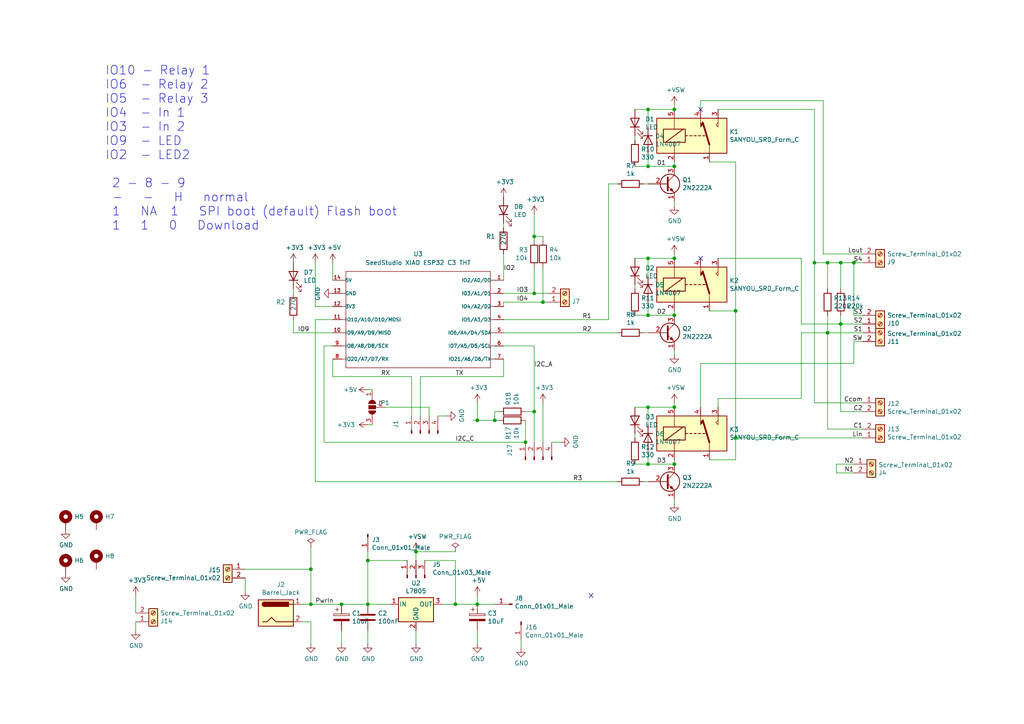
<source format=kicad_sch>
(kicad_sch (version 20231120) (generator "eeschema") (generator_version "8.0")
  (paper "A4")
  (title_block (title "Motor Control for House Ventilator") (date "2023-09-17") (rev "2.0") (company "Copyright - Hans Rune Bue <email@hansrune.net>") (comment 1 "Hardware is licensed under CERN-OHL-W-2.0") (comment 2 "Project documents are licensed under CC-BY-SA 2.0"))
  (lib_symbols
    (symbol "Connector:Barrel_Jack" (pin_names (offset 1.016))
      (property "Reference" "J" (at 0 5.334 0))
      (property "Value" "Barrel_Jack" (at 0 -5.08 0))
      (symbol "Barrel_Jack_0_1"
        (rectangle (start -5.08 3.81) (end 5.08 -3.81) (stroke (width 0.254)) (fill (type background)))
        (arc (start -3.302 3.175) (mid -3.9343 2.54) (end -3.302 1.905) (stroke (width 0.254)))
        (arc (start -3.302 3.175) (mid -3.9343 2.54) (end -3.302 1.905) (stroke (width 0.254)) (fill (type outline)))
        (polyline (pts (xy 5.08 2.54) (xy 3.81 2.54)) (stroke (width 0.254)))
        (polyline (pts (xy -3.81 -2.54) (xy -2.54 -2.54) (xy -1.27 -1.27) (xy 0 -2.54) (xy 2.54 -2.54) (xy 5.08 -2.54)) (stroke (width 0.254)))
        (rectangle (start 3.683 3.175) (end -3.302 1.905) (stroke (width 0.254)) (fill (type outline)))
      )
      (symbol "Barrel_Jack_1_1"
        (pin passive line (at 7.62 2.54 180) (length 2.54) (name "~") (number "1"))
        (pin passive line (at 7.62 -2.54 180) (length 2.54) (name "~") (number "2"))
      )
    )
    (symbol "Connector:Conn_01x01_Male" (pin_names (offset 1.016) hide)
      (property "Reference" "J" (at 0 2.54 0))
      (property "Value" "Conn_01x01_Male" (at 0 -2.54 0))
      (symbol "Conn_01x01_Male_1_1"
        (polyline (pts (xy 1.27 0) (xy 0.8636 0)) (stroke (width 0.1524)))
        (rectangle (start 0.8636 0.127) (end 0 -0.127) (stroke (width 0.1524)) (fill (type outline)))
        (pin passive line (at 5.08 0 180) (length 3.81) (name "Pin_1") (number "1"))
      )
    )
    (symbol "Connector:Conn_01x03_Male" (pin_names (offset 1.016) hide)
      (property "Reference" "J" (at 0 5.08 0))
      (property "Value" "Conn_01x03_Male" (at 0 -5.08 0))
      (symbol "Conn_01x03_Male_1_1"
        (polyline (pts (xy 1.27 -2.54) (xy 0.8636 -2.54)) (stroke (width 0.1524)))
        (polyline (pts (xy 1.27 0) (xy 0.8636 0)) (stroke (width 0.1524)))
        (polyline (pts (xy 1.27 2.54) (xy 0.8636 2.54)) (stroke (width 0.1524)))
        (rectangle (start 0.8636 -2.413) (end 0 -2.667) (stroke (width 0.1524)) (fill (type outline)))
        (rectangle (start 0.8636 0.127) (end 0 -0.127) (stroke (width 0.1524)) (fill (type outline)))
        (rectangle (start 0.8636 2.667) (end 0 2.413) (stroke (width 0.1524)) (fill (type outline)))
        (pin passive line (at 5.08 2.54 180) (length 3.81) (name "Pin_1") (number "1"))
        (pin passive line (at 5.08 0 180) (length 3.81) (name "Pin_2") (number "2"))
        (pin passive line (at 5.08 -2.54 180) (length 3.81) (name "Pin_3") (number "3"))
      )
    )
    (symbol "Connector:Conn_01x04_Male" (pin_names (offset 1.016) hide)
      (property "Reference" "J" (at 0 5.08 0))
      (property "Value" "Conn_01x04_Male" (at 0 -7.62 0))
      (symbol "Conn_01x04_Male_1_1"
        (polyline (pts (xy 1.27 -5.08) (xy 0.8636 -5.08)) (stroke (width 0.1524)))
        (polyline (pts (xy 1.27 -2.54) (xy 0.8636 -2.54)) (stroke (width 0.1524)))
        (polyline (pts (xy 1.27 0) (xy 0.8636 0)) (stroke (width 0.1524)))
        (polyline (pts (xy 1.27 2.54) (xy 0.8636 2.54)) (stroke (width 0.1524)))
        (rectangle (start 0.8636 -4.953) (end 0 -5.207) (stroke (width 0.1524)) (fill (type outline)))
        (rectangle (start 0.8636 -2.413) (end 0 -2.667) (stroke (width 0.1524)) (fill (type outline)))
        (rectangle (start 0.8636 0.127) (end 0 -0.127) (stroke (width 0.1524)) (fill (type outline)))
        (rectangle (start 0.8636 2.667) (end 0 2.413) (stroke (width 0.1524)) (fill (type outline)))
        (pin passive line (at 5.08 2.54 180) (length 3.81) (name "Pin_1") (number "1"))
        (pin passive line (at 5.08 0 180) (length 3.81) (name "Pin_2") (number "2"))
        (pin passive line (at 5.08 -2.54 180) (length 3.81) (name "Pin_3") (number "3"))
        (pin passive line (at 5.08 -5.08 180) (length 3.81) (name "Pin_4") (number "4"))
      )
    )
    (symbol "Connector:Screw_Terminal_01x02" (pin_names (offset 1.016) hide)
      (property "Reference" "J" (at 0 2.54 0))
      (property "Value" "Screw_Terminal_01x02" (at 0 -5.08 0))
      (symbol "Screw_Terminal_01x02_1_1"
        (rectangle (start -1.27 1.27) (end 1.27 -3.81) (stroke (width 0.254)) (fill (type background)))
        (circle (center 0 -2.54) (radius 0.635) (stroke (width 0.1524)))
        (polyline (pts (xy -0.5334 -2.2098) (xy 0.3302 -3.048)) (stroke (width 0.1524)))
        (polyline (pts (xy -0.5334 0.3302) (xy 0.3302 -0.508)) (stroke (width 0.1524)))
        (polyline (pts (xy -0.3556 -2.032) (xy 0.508 -2.8702)) (stroke (width 0.1524)))
        (polyline (pts (xy -0.3556 0.508) (xy 0.508 -0.3302)) (stroke (width 0.1524)))
        (circle (center 0 0) (radius 0.635) (stroke (width 0.1524)))
        (pin passive line (at -5.08 0 0) (length 3.81) (name "Pin_1") (number "1"))
        (pin passive line (at -5.08 -2.54 0) (length 3.81) (name "Pin_2") (number "2"))
      )
    )
    (symbol "Device:C" (pin_numbers hide) (pin_names (offset 0.254))
      (property "Reference" "C" (at 0.635 2.54 0))
      (property "Value" "C" (at 0.635 -2.54 0))
      (symbol "C_0_1"
        (polyline (pts (xy -2.032 -0.762) (xy 2.032 -0.762)) (stroke (width 0.508)))
        (polyline (pts (xy -2.032 0.762) (xy 2.032 0.762)) (stroke (width 0.508)))
      )
      (symbol "C_1_1"
        (pin passive line (at 0 3.81 270) (length 2.794) (name "~") (number "1"))
        (pin passive line (at 0 -3.81 90) (length 2.794) (name "~") (number "2"))
      )
    )
    (symbol "Device:CP" (pin_numbers hide) (pin_names (offset 0.254))
      (property "Reference" "C" (at 0.635 2.54 0))
      (property "Value" "Device_CP" (at 0.635 -2.54 0))
      (symbol "CP_0_1"
        (rectangle (start -2.286 0.508) (end 2.286 1.016))
        (polyline (pts (xy -1.778 2.286) (xy -0.762 2.286)))
        (polyline (pts (xy -1.27 2.794) (xy -1.27 1.778)))
        (rectangle (start 2.286 -0.508) (end -2.286 -1.016) (fill (type outline)))
      )
      (symbol "CP_1_1"
        (pin passive line (at 0 3.81 270) (length 2.794) (name "~") (number "1"))
        (pin passive line (at 0 -3.81 90) (length 2.794) (name "~") (number "2"))
      )
    )
    (symbol "Device:D" (pin_numbers hide) (pin_names (offset 1.016) hide)
      (property "Reference" "D" (at 0 2.54 0))
      (property "Value" "D" (at 0 -2.54 0))
      (symbol "D_0_1"
        (polyline (pts (xy -1.27 1.27) (xy -1.27 -1.27)) (stroke (width 0.254)))
        (polyline (pts (xy 1.27 0) (xy -1.27 0)))
        (polyline (pts (xy 1.27 1.27) (xy 1.27 -1.27) (xy -1.27 0) (xy 1.27 1.27)) (stroke (width 0.254)))
      )
      (symbol "D_1_1"
        (pin passive line (at -3.81 0 0) (length 2.54) (name "K") (number "1"))
        (pin passive line (at 3.81 0 180) (length 2.54) (name "A") (number "2"))
      )
    )
    (symbol "Device:LED" (pin_numbers hide) (pin_names (offset 1.016) hide)
      (property "Reference" "D" (at 0 2.54 0))
      (property "Value" "LED" (at 0 -2.54 0))
      (symbol "LED_0_1"
        (polyline (pts (xy -1.27 -1.27) (xy -1.27 1.27)) (stroke (width 0.254)))
        (polyline (pts (xy -1.27 0) (xy 1.27 0)))
        (polyline (pts (xy 1.27 -1.27) (xy 1.27 1.27) (xy -1.27 0) (xy 1.27 -1.27)) (stroke (width 0.254)))
        (polyline (pts (xy -3.048 -0.762) (xy -4.572 -2.286) (xy -3.81 -2.286) (xy -4.572 -2.286) (xy -4.572 -1.524)))
        (polyline (pts (xy -1.778 -0.762) (xy -3.302 -2.286) (xy -2.54 -2.286) (xy -3.302 -2.286) (xy -3.302 -1.524)))
      )
      (symbol "LED_1_1"
        (pin passive line (at -3.81 0 0) (length 2.54) (name "K") (number "1"))
        (pin passive line (at 3.81 0 180) (length 2.54) (name "A") (number "2"))
      )
    )
    (symbol "Device:Q_NPN_EBC" (pin_names (offset 0) hide)
      (property "Reference" "Q" (at 5.08 1.27 0))
      (property "Value" "Q_NPN_EBC" (at 5.08 -1.27 0))
      (symbol "Q_NPN_EBC_0_1"
        (polyline (pts (xy 0.635 0.635) (xy 2.54 2.54)))
        (polyline (pts (xy 0.635 -0.635) (xy 2.54 -2.54) (xy 2.54 -2.54)))
        (polyline (pts (xy 0.635 1.905) (xy 0.635 -1.905) (xy 0.635 -1.905)) (stroke (width 0.508)))
        (polyline (pts (xy 1.27 -1.778) (xy 1.778 -1.27) (xy 2.286 -2.286) (xy 1.27 -1.778) (xy 1.27 -1.778)) (fill (type outline)))
        (circle (center 1.27 0) (radius 2.8194) (stroke (width 0.254)))
      )
      (symbol "Q_NPN_EBC_1_1"
        (pin passive line (at 2.54 -5.08 90) (length 2.54) (name "E") (number "1"))
        (pin passive line (at -5.08 0 0) (length 5.715) (name "B") (number "2"))
        (pin passive line (at 2.54 5.08 270) (length 2.54) (name "C") (number "3"))
      )
    )
    (symbol "Device:R" (pin_numbers hide) (pin_names (offset 0))
      (property "Reference" "R" (at 2.032 0 90))
      (property "Value" "R" (at 0 0 90))
      (symbol "R_0_1"
        (rectangle (start -1.016 -2.54) (end 1.016 2.54) (stroke (width 0.254)))
      )
      (symbol "R_1_1"
        (pin passive line (at 0 3.81 270) (length 1.27) (name "~") (number "1"))
        (pin passive line (at 0 -3.81 90) (length 1.27) (name "~") (number "2"))
      )
    )
    (symbol "Jumper:SolderJumper_3_Open" (pin_names (offset 0) hide)
      (property "Reference" "JP" (at -2.54 -2.54 0))
      (property "Value" "SolderJumper_3_Open" (at 0 2.794 0))
      (symbol "SolderJumper_3_Open_0_1"
        (arc (start -1.016 1.016) (mid -2.0276 0) (end -1.016 -1.016))
        (arc (start -1.016 1.016) (mid -2.0276 0) (end -1.016 -1.016) (fill (type outline)))
        (rectangle (start -0.508 1.016) (end 0.508 -1.016) (fill (type outline)))
        (polyline (pts (xy -2.54 0) (xy -2.032 0)))
        (polyline (pts (xy -1.016 1.016) (xy -1.016 -1.016)))
        (polyline (pts (xy 0 -1.27) (xy 0 -1.016)))
        (polyline (pts (xy 1.016 1.016) (xy 1.016 -1.016)))
        (polyline (pts (xy 2.54 0) (xy 2.032 0)))
        (arc (start 1.016 -1.016) (mid 2.0276 0) (end 1.016 1.016))
        (arc (start 1.016 -1.016) (mid 2.0276 0) (end 1.016 1.016) (fill (type outline)))
      )
      (symbol "SolderJumper_3_Open_1_1"
        (pin passive line (at -5.08 0 0) (length 2.54) (name "A") (number "1"))
        (pin passive line (at 0 -3.81 90) (length 2.54) (name "C") (number "2"))
        (pin passive line (at 5.08 0 180) (length 2.54) (name "B") (number "3"))
      )
    )
    (symbol "LOCAL1:XIAO_ESP32C3_THT" (pin_names (offset 1.016))
      (property "Reference" "U" (at -21.59 15.24 0))
      (property "Value" "SeedStudio XIAO ESP32 C3 THT" (at -21.59 13.97 0))
      (symbol "XIAO_ESP32C3_THT_0_1"
        (polyline (pts (xy -21.59 -13.97) (xy -21.59 0)) (stroke (width 0.1524)))
        (polyline (pts (xy -21.59 -11.43) (xy -22.86 -11.43)) (stroke (width 0.1524)))
        (polyline (pts (xy -21.59 -7.62) (xy -22.86 -7.62)) (stroke (width 0.1524)))
        (polyline (pts (xy -21.59 -3.81) (xy -22.86 -3.81)) (stroke (width 0.1524)))
        (polyline (pts (xy -21.59 0) (xy -22.86 0)) (stroke (width 0.1524)))
        (polyline (pts (xy -21.59 0) (xy -21.59 3.81)) (stroke (width 0.1524)))
        (polyline (pts (xy -21.59 3.81) (xy -22.86 3.81)) (stroke (width 0.1524)))
        (polyline (pts (xy -21.59 3.81) (xy -21.59 7.62)) (stroke (width 0.1524)))
        (polyline (pts (xy -21.59 7.62) (xy -22.86 7.62)) (stroke (width 0.1524)))
        (polyline (pts (xy -21.59 7.62) (xy -21.59 11.43)) (stroke (width 0.1524)))
        (polyline (pts (xy -21.59 11.43) (xy -22.86 11.43)) (stroke (width 0.1524)))
        (polyline (pts (xy -21.59 11.43) (xy -21.59 13.97)) (stroke (width 0.1524)))
        (polyline (pts (xy -21.59 13.97) (xy 20.32 13.97)) (stroke (width 0.1524)))
        (polyline (pts (xy 20.32 -13.97) (xy -21.59 -13.97)) (stroke (width 0.1524)))
        (polyline (pts (xy 20.32 3.81) (xy 20.32 -13.97)) (stroke (width 0.1524)))
        (polyline (pts (xy 20.32 7.62) (xy 20.32 3.81)) (stroke (width 0.1524)))
        (polyline (pts (xy 20.32 11.43) (xy 20.32 7.62)) (stroke (width 0.1524)))
        (polyline (pts (xy 20.32 13.97) (xy 20.32 11.43)) (stroke (width 0.1524)))
        (polyline (pts (xy 21.59 -11.43) (xy 20.32 -11.43)) (stroke (width 0.1524)))
        (polyline (pts (xy 21.59 -7.62) (xy 20.32 -7.62)) (stroke (width 0.1524)))
        (polyline (pts (xy 21.59 -3.81) (xy 20.32 -3.81)) (stroke (width 0.1524)))
        (polyline (pts (xy 21.59 0) (xy 20.32 0)) (stroke (width 0.1524)))
        (polyline (pts (xy 21.59 3.81) (xy 20.32 3.81)) (stroke (width 0.1524)))
        (polyline (pts (xy 21.59 7.62) (xy 20.32 7.62)) (stroke (width 0.1524)))
        (polyline (pts (xy 21.59 11.43) (xy 20.32 11.43)) (stroke (width 0.1524)))
        (pin bidirectional line (at -25.4 11.43 0) (length 2.54) (name "IO2/A0/D0") (number "1"))
        (pin bidirectional line (at 24.13 -3.81 180) (length 2.54) (name "IO9/A9/D9/MISO") (number "10"))
        (pin bidirectional line (at 24.13 0 180) (length 2.54) (name "IO10/A10/D10/MOSI") (number "11"))
        (pin bidirectional line (at 24.13 3.81 180) (length 2.54) (name "3V3") (number "12"))
        (pin bidirectional line (at 24.13 7.62 180) (length 2.54) (name "GND") (number "13"))
        (pin bidirectional line (at 24.13 11.43 180) (length 2.54) (name "5V") (number "14"))
        (pin bidirectional line (at -25.4 7.62 0) (length 2.54) (name "IO3/A1/D1") (number "2"))
        (pin bidirectional line (at -25.4 3.81 0) (length 2.54) (name "IO4/A2/D2") (number "3"))
        (pin bidirectional line (at -25.4 0 0) (length 2.54) (name "IO5/A3/D3") (number "4"))
        (pin bidirectional line (at -25.4 -3.81 0) (length 2.54) (name "IO6/A4/D4/SDA") (number "5"))
        (pin bidirectional line (at -25.4 -7.62 0) (length 2.54) (name "IO7/A5/D5/SCL") (number "6"))
        (pin bidirectional line (at -25.4 -11.43 0) (length 2.54) (name "IO21/A6/D6/TX") (number "7"))
        (pin bidirectional line (at 24.13 -11.43 180) (length 2.54) (name "IO20/A7/D7/RX") (number "8"))
        (pin bidirectional line (at 24.13 -7.62 180) (length 2.54) (name "IO8/A8/D8/SCK") (number "9"))
      )
    )
    (symbol "Mechanical:MountingHole_Pad" (pin_numbers hide) (pin_names (offset 1.016) hide)
      (property "Reference" "H" (at 0 6.35 0))
      (property "Value" "MountingHole_Pad" (at 0 4.445 0))
      (symbol "MountingHole_Pad_0_1"
        (circle (center 0 1.27) (radius 1.27) (stroke (width 1.27)))
      )
      (symbol "MountingHole_Pad_1_1"
        (pin input line (at 0 -2.54 90) (length 2.54) (name "1") (number "1"))
      )
    )
    (symbol "Regulator_Linear:L7805" (pin_names (offset 0.254))
      (property "Reference" "U" (at -3.81 3.175 0))
      (property "Value" "L7805" (at 0 3.175 0))
      (symbol "L7805_0_1"
        (rectangle (start -5.08 1.905) (end 5.08 -5.08) (stroke (width 0.254)) (fill (type background)))
      )
      (symbol "L7805_1_1"
        (pin power_in line (at -7.62 0 0) (length 2.54) (name "IN") (number "1"))
        (pin power_in line (at 0 -7.62 90) (length 2.54) (name "GND") (number "2"))
        (pin power_out line (at 7.62 0 180) (length 2.54) (name "OUT") (number "3"))
      )
    )
    (symbol "Relay:SANYOU_SRD_Form_C"
      (property "Reference" "K" (at 11.43 3.81 0))
      (property "Value" "SANYOU_SRD_Form_C" (at 11.43 1.27 0))
      (symbol "SANYOU_SRD_Form_C_0_0"
        (polyline (pts (xy 7.62 5.08) (xy 7.62 2.54) (xy 6.985 3.175) (xy 7.62 3.81)))
      )
      (symbol "SANYOU_SRD_Form_C_0_1"
        (rectangle (start -10.16 5.08) (end 10.16 -5.08) (stroke (width 0.254)) (fill (type background)))
        (rectangle (start -8.255 1.905) (end -1.905 -1.905) (stroke (width 0.254)))
        (polyline (pts (xy -7.62 -1.905) (xy -2.54 1.905)) (stroke (width 0.254)))
        (polyline (pts (xy -5.08 -5.08) (xy -5.08 -1.905)))
        (polyline (pts (xy -5.08 5.08) (xy -5.08 1.905)))
        (polyline (pts (xy -1.905 0) (xy -1.27 0)) (stroke (width 0.254)))
        (polyline (pts (xy -0.635 0) (xy 0 0)) (stroke (width 0.254)))
        (polyline (pts (xy 0.635 0) (xy 1.27 0)) (stroke (width 0.254)))
        (polyline (pts (xy 1.905 0) (xy 2.54 0)) (stroke (width 0.254)))
        (polyline (pts (xy 3.175 0) (xy 3.81 0)) (stroke (width 0.254)))
        (polyline (pts (xy 5.08 -2.54) (xy 3.175 3.81)) (stroke (width 0.508)))
        (polyline (pts (xy 5.08 -2.54) (xy 5.08 -5.08)))
      )
      (symbol "SANYOU_SRD_Form_C_1_1"
        (polyline (pts (xy 2.54 3.81) (xy 3.175 3.175) (xy 2.54 2.54) (xy 2.54 5.08)) (fill (type outline)))
        (pin passive line (at 5.08 -7.62 90) (length 2.54) (name "~") (number "1"))
        (pin passive line (at -5.08 -7.62 90) (length 2.54) (name "~") (number "2"))
        (pin passive line (at 7.62 7.62 270) (length 2.54) (name "~") (number "3"))
        (pin passive line (at 2.54 7.62 270) (length 2.54) (name "~") (number "4"))
        (pin passive line (at -5.08 7.62 270) (length 2.54) (name "~") (number "5"))
      )
    )
    (symbol "power:+3.3V" (power) (pin_names (offset 0))
      (property "Value" "+3.3V" (at 0 3.556 0))
      (symbol "+3.3V_0_1"
        (polyline (pts (xy -0.762 1.27) (xy 0 2.54)))
        (polyline (pts (xy 0 0) (xy 0 2.54)))
        (polyline (pts (xy 0 2.54) (xy 0.762 1.27)))
      )
      (symbol "+3.3V_1_1"
        (pin power_in line (at 0 0 90) (length 0) hide (name "+3V3") (number "1"))
      )
    )
    (symbol "power:+5V" (power) (pin_names (offset 0))
      (property "Value" "+5V" (at 0 3.556 0))
      (symbol "+5V_0_1"
        (polyline (pts (xy -0.762 1.27) (xy 0 2.54)))
        (polyline (pts (xy 0 0) (xy 0 2.54)))
        (polyline (pts (xy 0 2.54) (xy 0.762 1.27)))
      )
      (symbol "+5V_1_1"
        (pin power_in line (at 0 0 90) (length 0) hide (name "+5V") (number "1"))
      )
    )
    (symbol "power:+VSW" (power) (pin_names (offset 0))
      (property "Value" "+VSW" (at 0 3.556 0))
      (symbol "+VSW_0_1"
        (polyline (pts (xy -0.762 1.27) (xy 0 2.54)))
        (polyline (pts (xy 0 0) (xy 0 2.54)))
        (polyline (pts (xy 0 2.54) (xy 0.762 1.27)))
      )
      (symbol "+VSW_1_1"
        (pin power_in line (at 0 0 90) (length 0) hide (name "+VSW") (number "1"))
      )
    )
    (symbol "power:GND" (power) (pin_names (offset 0))
      (property "Value" "GND" (at 0 -3.81 0))
      (symbol "GND_0_1"
        (polyline (pts (xy 0 0) (xy 0 -1.27) (xy 1.27 -1.27) (xy 0 -2.54) (xy -1.27 -1.27) (xy 0 -1.27)))
      )
      (symbol "GND_1_1"
        (pin power_in line (at 0 0 270) (length 0) hide (name "GND") (number "1"))
      )
    )
    (symbol "power:PWR_FLAG" (power) (pin_numbers hide) (pin_names (offset 0) hide)
      (property "Value" "PWR_FLAG" (at 0 3.81 0))
      (symbol "PWR_FLAG_0_0"
        (pin power_out line (at 0 0 90) (length 0) (name "pwr") (number "1"))
      )
      (symbol "PWR_FLAG_0_1"
        (polyline (pts (xy 0 0) (xy 0 1.27) (xy -1.016 1.905) (xy 0 2.54) (xy 1.016 1.905) (xy 0 1.27)))
      )
    )
  )
  (junction (at 154.94 68.58))
  (junction (at 138.43 121.92))
  (junction (at 240.03 96.52))
  (junction (at 187.96 31.75))
  (junction (at 236.22 76.2))
  (junction (at 187.96 48.26))
  (junction (at 187.96 118.11))
  (junction (at 195.58 134.62))
  (junction (at 195.58 74.93))
  (junction (at 138.43 175.26))
  (junction (at 90.17 165.1))
  (junction (at 152.4 128.27))
  (junction (at 187.96 74.93))
  (junction (at 132.08 175.26))
  (junction (at 243.84 76.2))
  (junction (at 187.96 91.44))
  (junction (at 195.58 91.44))
  (junction (at 99.06 175.26))
  (junction (at 195.58 48.26))
  (junction (at 240.03 76.2))
  (junction (at 213.36 127))
  (junction (at 154.94 119.38))
  (junction (at 143.51 121.92))
  (junction (at 106.68 162.56))
  (junction (at 195.58 118.11))
  (junction (at 243.84 93.98))
  (junction (at 90.17 175.26))
  (junction (at 213.36 90.17))
  (junction (at 247.65 76.2))
  (junction (at 195.58 31.75))
  (junction (at 154.94 85.09))
  (junction (at 187.96 134.62))
  (junction (at 157.48 87.63))
  (junction (at 106.68 175.26))
  (junction (at 120.65 160.02))
  (no_connect (at 203.2 74.93))
  (no_connect (at 171.45 172.72))
  (no_connect (at 203.2 31.75))
  (no_connect (at 300.99 99.06))
  (wire (pts (xy 250.19 76.2) (xy 247.65 76.2)))
  (wire (pts (xy 146.05 85.09) (xy 154.94 85.09)))
  (wire (pts (xy 154.94 85.09) (xy 158.75 85.09)))
  (wire (pts (xy 187.96 53.34) (xy 186.69 53.34)))
  (wire (pts (xy 187.96 87.63) (xy 187.96 91.44)))
  (wire (pts (xy 203.2 31.75) (xy 203.2 29.21)))
  (wire (pts (xy 240.03 96.52) (xy 250.19 96.52)))
  (wire (pts (xy 143.51 121.92) (xy 143.51 119.38)))
  (wire (pts (xy 195.58 59.69) (xy 195.58 58.42)))
  (wire (pts (xy 138.43 121.92) (xy 143.51 121.92)))
  (wire (pts (xy 144.78 121.92) (xy 143.51 121.92)))
  (wire (pts (xy 138.43 186.69) (xy 138.43 182.88)))
  (wire (pts (xy 247.65 76.2) (xy 247.65 91.44)))
  (wire (pts (xy 96.52 92.71) (xy 91.44 92.71)))
  (wire (pts (xy 99.06 175.26) (xy 90.17 175.26)))
  (wire (pts (xy 144.78 119.38) (xy 143.51 119.38)))
  (wire (pts (xy 232.41 115.57) (xy 232.41 96.52)))
  (wire (pts (xy 157.48 77.47) (xy 157.48 87.63)))
  (wire (pts (xy 240.03 124.46) (xy 250.19 124.46)))
  (wire (pts (xy 187.96 139.7) (xy 186.69 139.7)))
  (wire (pts (xy 176.53 92.71) (xy 176.53 53.34)))
  (wire (pts (xy 90.17 175.26) (xy 90.17 165.1)))
  (wire (pts (xy 138.43 175.26) (xy 138.43 172.72)))
  (wire (pts (xy 121.92 109.22) (xy 121.92 120.65)))
  (wire (pts (xy 213.36 133.35) (xy 205.74 133.35)))
  (wire (pts (xy 187.96 123.19) (xy 187.96 118.11)))
  (wire (pts (xy 240.03 124.46) (xy 240.03 96.52)))
  (wire (pts (xy 99.06 175.26) (xy 106.68 175.26)))
  (wire (pts (xy 106.68 162.56) (xy 106.68 175.26)))
  (wire (pts (xy 187.96 31.75) (xy 195.58 31.75)))
  (wire (pts (xy 213.36 127) (xy 213.36 133.35)))
  (wire (pts (xy 184.15 31.75) (xy 187.96 31.75)))
  (wire (pts (xy 187.96 48.26) (xy 195.58 48.26)))
  (wire (pts (xy 154.94 77.47) (xy 154.94 85.09)))
  (wire (pts (xy 106.68 186.69) (xy 106.68 182.88)))
  (wire (pts (xy 240.03 76.2) (xy 243.84 76.2)))
  (wire (pts (xy 99.06 186.69) (xy 99.06 182.88)))
  (wire (pts (xy 138.43 116.84) (xy 138.43 121.92)))
  (wire (pts (xy 132.08 162.56) (xy 132.08 175.26)))
  (wire (pts (xy 243.84 119.38) (xy 243.84 93.98)))
  (wire (pts (xy 236.22 116.84) (xy 250.19 116.84)))
  (wire (pts (xy 187.96 134.62) (xy 195.58 134.62)))
  (wire (pts (xy 195.58 48.26) (xy 195.58 46.99)))
  (wire (pts (xy 90.17 175.26) (xy 87.63 175.26)))
  (wire (pts (xy 240.03 96.52) (xy 240.03 91.44)))
  (wire (pts (xy 236.22 76.2) (xy 236.22 116.84)))
  (wire (pts (xy 111.76 118.11) (xy 124.46 118.11)))
  (wire (pts (xy 91.44 88.9) (xy 91.44 76.2)))
  (wire (pts (xy 187.96 74.93) (xy 195.58 74.93)))
  (wire (pts (xy 154.94 119.38) (xy 154.94 100.33)))
  (wire (pts (xy 113.03 175.26) (xy 106.68 175.26)))
  (wire (pts (xy 232.41 96.52) (xy 240.03 96.52)))
  (wire (pts (xy 195.58 116.84) (xy 195.58 118.11)))
  (wire (pts (xy 119.38 109.22) (xy 96.52 109.22)))
  (wire (pts (xy 195.58 30.48) (xy 195.58 31.75)))
  (wire (pts (xy 243.84 76.2) (xy 243.84 83.82)))
  (wire (pts (xy 120.65 186.69) (xy 120.65 182.88)))
  (wire (pts (xy 250.19 91.44) (xy 247.65 91.44)))
  (wire (pts (xy 132.08 175.26) (xy 138.43 175.26)))
  (wire (pts (xy 238.76 29.21) (xy 238.76 73.66)))
  (wire (pts (xy 71.12 167.64) (xy 71.12 171.45)))
  (wire (pts (xy 243.84 76.2) (xy 247.65 76.2)))
  (wire (pts (xy 93.98 128.27) (xy 152.4 128.27)))
  (wire (pts (xy 93.98 100.33) (xy 93.98 128.27)))
  (wire (pts (xy 242.57 134.62) (xy 247.65 134.62)))
  (wire (pts (xy 195.58 146.05) (xy 195.58 144.78)))
  (wire (pts (xy 195.58 73.66) (xy 195.58 74.93)))
  (wire (pts (xy 232.41 74.93) (xy 232.41 93.98)))
  (wire (pts (xy 146.05 96.52) (xy 179.07 96.52)))
  (wire (pts (xy 106.68 113.03) (xy 107.95 113.03)))
  (wire (pts (xy 184.15 91.44) (xy 187.96 91.44)))
  (wire (pts (xy 146.05 73.66) (xy 146.05 81.28)))
  (wire (pts (xy 157.48 87.63) (xy 158.75 87.63)))
  (wire (pts (xy 90.17 186.69) (xy 90.17 180.34)))
  (wire (pts (xy 243.84 93.98) (xy 243.84 91.44)))
  (wire (pts (xy 151.13 187.96) (xy 151.13 185.42)))
  (wire (pts (xy 184.15 40.64) (xy 184.15 39.37)))
  (wire (pts (xy 208.28 31.75) (xy 236.22 31.75)))
  (wire (pts (xy 243.84 93.98) (xy 250.19 93.98)))
  (wire (pts (xy 154.94 100.33) (xy 146.05 100.33)))
  (wire (pts (xy 146.05 87.63) (xy 146.05 88.9)))
  (wire (pts (xy 154.94 128.27) (xy 154.94 119.38)))
  (wire (pts (xy 137.16 121.92) (xy 138.43 121.92)))
  (wire (pts (xy 146.05 92.71) (xy 176.53 92.71)))
  (wire (pts (xy 91.44 139.7) (xy 179.07 139.7)))
  (wire (pts (xy 187.96 91.44) (xy 195.58 91.44)))
  (wire (pts (xy 195.58 102.87) (xy 195.58 101.6)))
  (wire (pts (xy 96.52 100.33) (xy 93.98 100.33)))
  (wire (pts (xy 146.05 87.63) (xy 157.48 87.63)))
  (wire (pts (xy 247.65 137.16) (xy 242.57 137.16)))
  (wire (pts (xy 187.96 44.45) (xy 187.96 48.26)))
  (wire (pts (xy 208.28 115.57) (xy 232.41 115.57)))
  (wire (pts (xy 96.52 109.22) (xy 96.52 104.14)))
  (wire (pts (xy 154.94 62.23) (xy 154.94 68.58)))
  (wire (pts (xy 184.15 83.82) (xy 184.15 82.55)))
  (wire (pts (xy 146.05 109.22) (xy 146.05 104.14)))
  (wire (pts (xy 143.51 175.26) (xy 138.43 175.26)))
  (wire (pts (xy 187.96 36.83) (xy 187.96 31.75)))
  (wire (pts (xy 106.68 162.56) (xy 106.68 160.02)))
  (wire (pts (xy 184.15 48.26) (xy 187.96 48.26)))
  (wire (pts (xy 152.4 121.92) (xy 152.4 128.27)))
  (wire (pts (xy 208.28 118.11) (xy 208.28 115.57)))
  (wire (pts (xy 247.65 105.41) (xy 247.65 99.06)))
  (wire (pts (xy 39.37 180.34) (xy 39.37 182.88)))
  (wire (pts (xy 123.19 162.56) (xy 132.08 162.56)))
  (wire (pts (xy 96.52 76.2) (xy 96.52 81.28)))
  (wire (pts (xy 213.36 127) (xy 250.19 127)))
  (wire (pts (xy 203.2 105.41) (xy 247.65 105.41)))
  (wire (pts (xy 128.27 175.26) (xy 132.08 175.26)))
  (wire (pts (xy 250.19 99.06) (xy 247.65 99.06)))
  (wire (pts (xy 195.58 91.44) (xy 195.58 90.17)))
  (wire (pts (xy 240.03 76.2) (xy 240.03 83.82)))
  (wire (pts (xy 90.17 180.34) (xy 87.63 180.34)))
  (wire (pts (xy 213.36 46.99) (xy 213.36 90.17)))
  (wire (pts (xy 236.22 76.2) (xy 240.03 76.2)))
  (wire (pts (xy 120.65 162.56) (xy 120.65 160.02)))
  (wire (pts (xy 121.92 109.22) (xy 146.05 109.22)))
  (wire (pts (xy 187.96 130.81) (xy 187.96 134.62)))
  (wire (pts (xy 96.52 88.9) (xy 91.44 88.9)))
  (wire (pts (xy 132.08 160.02) (xy 120.65 160.02)))
  (wire (pts (xy 118.11 162.56) (xy 106.68 162.56)))
  (wire (pts (xy 236.22 31.75) (xy 236.22 76.2)))
  (wire (pts (xy 91.44 92.71) (xy 91.44 139.7)))
  (wire (pts (xy 119.38 109.22) (xy 119.38 120.65)))
  (wire (pts (xy 184.15 118.11) (xy 187.96 118.11)))
  (wire (pts (xy 162.56 128.27) (xy 160.02 128.27)))
  (wire (pts (xy 154.94 69.85) (xy 154.94 68.58)))
  (wire (pts (xy 85.09 83.82) (xy 85.09 85.09)))
  (wire (pts (xy 146.05 64.77) (xy 146.05 66.04)))
  (wire (pts (xy 176.53 53.34) (xy 179.07 53.34)))
  (wire (pts (xy 213.36 90.17) (xy 213.36 127)))
  (wire (pts (xy 184.15 134.62) (xy 187.96 134.62)))
  (wire (pts (xy 85.09 92.71) (xy 85.09 96.52)))
  (wire (pts (xy 243.84 119.38) (xy 250.19 119.38)))
  (wire (pts (xy 154.94 68.58) (xy 157.48 68.58)))
  (wire (pts (xy 208.28 74.93) (xy 232.41 74.93)))
  (wire (pts (xy 184.15 74.93) (xy 187.96 74.93)))
  (wire (pts (xy 187.96 80.01) (xy 187.96 74.93)))
  (wire (pts (xy 187.96 96.52) (xy 186.69 96.52)))
  (wire (pts (xy 107.95 123.19) (xy 106.68 123.19)))
  (wire (pts (xy 85.09 96.52) (xy 96.52 96.52)))
  (wire (pts (xy 238.76 73.66) (xy 250.19 73.66)))
  (wire (pts (xy 71.12 165.1) (xy 90.17 165.1)))
  (wire (pts (xy 157.48 69.85) (xy 157.48 68.58)))
  (wire (pts (xy 205.74 90.17) (xy 213.36 90.17)))
  (wire (pts (xy 157.48 116.84) (xy 157.48 128.27)))
  (wire (pts (xy 39.37 172.72) (xy 39.37 177.8)))
  (wire (pts (xy 187.96 118.11) (xy 195.58 118.11)))
  (wire (pts (xy 124.46 120.65) (xy 124.46 118.11)))
  (wire (pts (xy 242.57 137.16) (xy 242.57 134.62)))
  (wire (pts (xy 129.54 120.65) (xy 127 120.65)))
  (wire (pts (xy 203.2 118.11) (xy 203.2 105.41)))
  (wire (pts (xy 152.4 119.38) (xy 154.94 119.38)))
  (wire (pts (xy 184.15 127) (xy 184.15 125.73)))
  (wire (pts (xy 203.2 29.21) (xy 238.76 29.21)))
  (wire (pts (xy 195.58 134.62) (xy 195.58 133.35)))
  (wire (pts (xy 232.41 93.98) (xy 243.84 93.98)))
  (wire (pts (xy 205.74 46.99) (xy 213.36 46.99)))
  (wire (pts (xy 90.17 165.1) (xy 90.17 158.75)))
  (text "IO10 - Relay 1\nIO6  - Relay 2\nIO5  - Relay 3\nIO4  - In 1\nIO3  - In 2\nIO9  - LED\nIO2  - LED2\n\n 2 - 8 - 9 \n -   -   H   normal\n 1   NA  1   SPI boot (default) Flash boot\n 1   1   0   Download\n\n" (at 30.48 71.12 0) (effects (font (size 2.54 2.54)) (justify left bottom)))
  (label "Lout" (at 250.19 73.66 180))
  (label "TX" (at 132.08 109.22 0))
  (label "R3" (at 168.91 139.7 180))
  (label "PwrIn" (at 91.44 175.26 0))
  (label "S3" (at 250.19 91.44 180))
  (label "N1" (at 247.65 137.16 180))
  (label "S2" (at 250.19 93.98 180))
  (label "C2" (at 250.19 119.38 180))
  (label "S1" (at 250.19 96.52 180))
  (label "D3" (at 190.5 134.62 0))
  (label "C1" (at 250.19 124.46 180))
  (label "I2C_C" (at 132.08 128.27 0))
  (label "S4" (at 250.19 76.2 180))
  (label "Lin" (at 250.19 127 180))
  (label "SW" (at 250.19 99.06 180))
  (label "N2" (at 247.65 134.62 180))
  (label "D1" (at 190.5 48.26 0))
  (label "I2C_A" (at 154.94 106.68 0))
  (label "IO2" (at 146.05 78.74 0))
  (label "R2" (at 168.91 96.52 0))
  (label "R1" (at 168.91 92.71 0))
  (label "IO4" (at 149.86 87.63 0))
  (label "IO3" (at 149.86 85.09 0))
  (label "RX" (at 110.49 109.22 0))
  (label "Ccom" (at 250.19 116.84 180))
  (label "D2" (at 190.5 91.44 0))
  (label "IO9" (at 86.36 96.52 0))
  (symbol (lib_id "Relay:SANYOU_SRD_Form_C") (at 200.66 125.73 0) (unit 1)
    (property "Reference" "K3" (at 211.582 124.5616 0) (effects (justify left)))
    (property "Value" "SANYOU_SRD_Form_C" (at 211.582 126.873 0) (effects (justify left)))
    (property "Footprint" "LOCAL1:Relay_SPDT_SANYOU_SRD_CutOut" (effects (hide yes)))
    (property "Datasheet" "http://www.sanyourelay.ca/public/products/pdf/SRD.pdf" (effects (hide yes)))
  )
  (symbol (lib_id "Device:Q_NPN_EBC") (at 193.04 139.7 0) (unit 1)
    (property "Reference" "Q3" (at 197.8914 138.5316 0) (effects (justify left)))
    (property "Value" "2N2222A" (at 197.8914 140.843 0) (effects (justify left)))
    (property "Footprint" "Package_TO_SOT_THT:TO-92" (effects (hide yes)))
  )
  (symbol (lib_id "Device:R") (at 182.88 139.7 90) (unit 1)
    (property "Reference" "R9" (at 182.88 134.4422 90))
    (property "Value" "1k" (at 182.88 136.7536 90))
    (property "Footprint" "Resistor_THT:R_Axial_DIN0207_L6.3mm_D2.5mm_P2.54mm_Vertical" (effects (hide yes)))
  )
  (symbol (lib_id "power:GND") (at 195.58 146.05 0) (unit 1)
    (property "Reference" "#PWR028" (effects (hide yes)))
    (property "Value" "GND" (at 195.707 150.4442 0))
  )
  (symbol (lib_id "Device:LED") (at 184.15 121.92 90) (unit 1)
    (property "Reference" "D3" (at 187.1472 120.9294 90) (effects (justify right)))
    (property "Value" "LED" (at 187.1472 123.2408 90) (effects (justify right)))
    (property "Footprint" "LED_THT:LED_D5.0mm_Clear" (effects (hide yes)))
  )
  (symbol (lib_id "Device:R") (at 184.15 130.81 180) (unit 1)
    (property "Reference" "R12" (at 185.928 129.6416 0) (effects (justify right)))
    (property "Value" "330" (at 185.928 131.953 0) (effects (justify right)))
    (property "Footprint" "Resistor_THT:R_Axial_DIN0207_L6.3mm_D2.5mm_P2.54mm_Vertical" (effects (hide yes)))
  )
  (symbol (lib_id "Device:D") (at 187.96 127 270) (unit 1)
    (property "Reference" "D6" (at 189.992 125.8316 90) (effects (justify left)))
    (property "Value" "1N4007" (at 189.992 128.143 90) (effects (justify left)))
    (property "Footprint" "Diode_THT:D_DO-34_SOD68_P12.70mm_Horizontal" (effects (hide yes)))
  )
  (symbol (lib_id "Relay:SANYOU_SRD_Form_C") (at 200.66 82.55 0) (unit 1)
    (property "Reference" "K2" (at 211.582 81.3816 0) (effects (justify left)))
    (property "Value" "SANYOU_SRD_Form_C" (at 211.582 83.693 0) (effects (justify left)))
    (property "Footprint" "LOCAL1:Relay_SPDT_SANYOU_SRD_CutOut" (effects (hide yes)))
    (property "Datasheet" "http://www.sanyourelay.ca/public/products/pdf/SRD.pdf" (effects (hide yes)))
  )
  (symbol (lib_id "Device:Q_NPN_EBC") (at 193.04 96.52 0) (unit 1)
    (property "Reference" "Q2" (at 197.8914 95.3516 0) (effects (justify left)))
    (property "Value" "2N2222A" (at 197.8914 97.663 0) (effects (justify left)))
    (property "Footprint" "Package_TO_SOT_THT:TO-92" (effects (hide yes)))
  )
  (symbol (lib_id "Device:R") (at 182.88 96.52 90) (unit 1)
    (property "Reference" "R8" (at 182.88 91.2622 90))
    (property "Value" "1k" (at 182.88 93.5736 90))
    (property "Footprint" "Resistor_THT:R_Axial_DIN0207_L6.3mm_D2.5mm_P2.54mm_Vertical" (effects (hide yes)))
  )
  (symbol (lib_id "power:GND") (at 195.58 102.87 0) (unit 1)
    (property "Reference" "#PWR026" (effects (hide yes)))
    (property "Value" "GND" (at 195.707 107.2642 0))
  )
  (symbol (lib_id "Device:LED") (at 184.15 78.74 90) (unit 1)
    (property "Reference" "D2" (at 187.1472 77.7494 90) (effects (justify right)))
    (property "Value" "LED" (at 187.1472 80.0608 90) (effects (justify right)))
    (property "Footprint" "LED_THT:LED_D5.0mm_Clear" (effects (hide yes)))
  )
  (symbol (lib_id "Device:R") (at 184.15 87.63 180) (unit 1)
    (property "Reference" "R11" (at 185.928 86.4616 0) (effects (justify right)))
    (property "Value" "330" (at 185.928 88.773 0) (effects (justify right)))
    (property "Footprint" "Resistor_THT:R_Axial_DIN0207_L6.3mm_D2.5mm_P2.54mm_Vertical" (effects (hide yes)))
  )
  (symbol (lib_id "Device:D") (at 187.96 83.82 270) (unit 1)
    (property "Reference" "D5" (at 189.992 82.6516 90) (effects (justify left)))
    (property "Value" "1N4007" (at 189.992 84.963 90) (effects (justify left)))
    (property "Footprint" "Diode_THT:D_DO-34_SOD68_P12.70mm_Horizontal" (effects (hide yes)))
  )
  (symbol (lib_id "Relay:SANYOU_SRD_Form_C") (at 200.66 39.37 0) (unit 1)
    (property "Reference" "K1" (at 211.582 38.2016 0) (effects (justify left)))
    (property "Value" "SANYOU_SRD_Form_C" (at 211.582 40.513 0) (effects (justify left)))
    (property "Footprint" "LOCAL1:Relay_SPDT_SANYOU_SRD_CutOut" (effects (hide yes)))
    (property "Datasheet" "http://www.sanyourelay.ca/public/products/pdf/SRD.pdf" (effects (hide yes)))
  )
  (symbol (lib_id "Device:Q_NPN_EBC") (at 193.04 53.34 0) (unit 1)
    (property "Reference" "Q1" (at 197.8914 52.1716 0) (effects (justify left)))
    (property "Value" "2N2222A" (at 197.8914 54.483 0) (effects (justify left)))
    (property "Footprint" "Package_TO_SOT_THT:TO-92" (effects (hide yes)))
  )
  (symbol (lib_id "Device:R") (at 182.88 53.34 90) (unit 1)
    (property "Reference" "R7" (at 182.88 48.0822 90))
    (property "Value" "1k" (at 182.88 50.3936 90))
    (property "Footprint" "Resistor_THT:R_Axial_DIN0207_L6.3mm_D2.5mm_P2.54mm_Vertical" (effects (hide yes)))
  )
  (symbol (lib_id "power:GND") (at 195.58 59.69 0) (unit 1)
    (property "Reference" "#PWR024" (effects (hide yes)))
    (property "Value" "GND" (at 195.707 64.0842 0))
  )
  (symbol (lib_id "Device:LED") (at 184.15 35.56 90) (unit 1)
    (property "Reference" "D1" (at 187.1472 34.5694 90) (effects (justify right)))
    (property "Value" "LED" (at 187.1472 36.8808 90) (effects (justify right)))
    (property "Footprint" "LED_THT:LED_D5.0mm_Clear" (effects (hide yes)))
  )
  (symbol (lib_id "Device:R") (at 184.15 44.45 180) (unit 1)
    (property "Reference" "R10" (at 185.928 43.2816 0) (effects (justify right)))
    (property "Value" "330" (at 185.928 45.593 0) (effects (justify right)))
    (property "Footprint" "Resistor_THT:R_Axial_DIN0207_L6.3mm_D2.5mm_P2.54mm_Vertical" (effects (hide yes)))
  )
  (symbol (lib_id "Device:D") (at 187.96 40.64 270) (unit 1)
    (property "Reference" "D4" (at 189.992 39.4716 90) (effects (justify left)))
    (property "Value" "1N4007" (at 189.992 41.783 90) (effects (justify left)))
    (property "Footprint" "Diode_THT:D_DO-34_SOD68_P12.70mm_Horizontal" (effects (hide yes)))
  )
  (symbol (lib_id "power:GND") (at 39.37 182.88 0) (unit 1)
    (property "Reference" "#PWR016" (effects (hide yes)))
    (property "Value" "GND" (at 39.497 187.2742 0))
  )
  (symbol (lib_id "Device:R") (at 240.03 87.63 0) (unit 1)
    (property "Reference" "R13" (at 241.808 86.4616 0) (effects (justify left)))
    (property "Value" "220k" (at 241.808 88.773 0) (effects (justify left)))
    (property "Footprint" "Resistor_THT:R_Axial_DIN0411_L9.9mm_D3.6mm_P12.70mm_Horizontal" (effects (hide yes)))
  )
  (symbol (lib_id "Device:R") (at 243.84 87.63 0) (unit 1)
    (property "Reference" "R14" (at 245.618 86.4616 0) (effects (justify left)))
    (property "Value" "220k" (at 245.618 88.773 0) (effects (justify left)))
    (property "Footprint" "Resistor_THT:R_Axial_DIN0411_L9.9mm_D3.6mm_P12.70mm_Horizontal" (effects (hide yes)))
  )
  (symbol (lib_id "Connector:Barrel_Jack") (at 80.01 177.8 0) (unit 1)
    (property "Reference" "J2" (at 81.4578 169.545 0))
    (property "Value" "Barrel_Jack" (at 81.4578 171.8564 0))
    (property "Footprint" "LOCAL1:BarrelJack1" (effects (hide yes)))
  )
  (symbol (lib_id "power:GND") (at 90.17 186.69 0) (unit 1)
    (property "Reference" "#PWR08" (effects (hide yes)))
    (property "Value" "GND" (at 90.297 191.0842 0))
  )
  (symbol (lib_id "Regulator_Linear:L7805") (at 120.65 175.26 0) (unit 1)
    (property "Reference" "U2" (at 120.65 169.1132 0))
    (property "Value" "L7805" (at 120.65 171.4246 0))
    (property "Footprint" "Package_TO_SOT_THT:TO-220-3_Vertical" (effects (hide yes)))
    (property "Datasheet" "http://www.st.com/content/ccc/resource/technical/document/datasheet/41/4f/b3/b0/12/d4/47/88/CD00000444.pdf/files/CD00000444.pdf/jcr:content/translations/en.CD00000444.pdf" (effects (hide yes)))
  )
  (symbol (lib_id "Device:CP") (at 99.06 179.07 0) (unit 1)
    (property "Reference" "C1" (at 102.0572 177.9016 0) (effects (justify left)))
    (property "Value" "10uF" (at 102.0572 180.213 0) (effects (justify left)))
    (property "Footprint" "Capacitor_THT:CP_Radial_Tantal_D6.0mm_P5.00mm" (effects (hide yes)))
  )
  (symbol (lib_id "Device:CP") (at 138.43 179.07 0) (unit 1)
    (property "Reference" "C3" (at 141.4272 177.9016 0) (effects (justify left)))
    (property "Value" "10uF" (at 141.4272 180.213 0) (effects (justify left)))
    (property "Footprint" "Capacitor_THT:CP_Radial_Tantal_D6.0mm_P5.00mm" (effects (hide yes)))
  )
  (symbol (lib_id "Device:C") (at 106.68 179.07 0) (unit 1)
    (property "Reference" "C2" (at 109.601 177.9016 0) (effects (justify left)))
    (property "Value" "100nF" (at 109.601 180.213 0) (effects (justify left)))
    (property "Footprint" "Capacitor_THT:C_Disc_D5.0mm_W2.5mm_P2.50mm" (effects (hide yes)))
  )
  (symbol (lib_id "power:GND") (at 99.06 186.69 0) (unit 1)
    (property "Reference" "#PWR011" (effects (hide yes)))
    (property "Value" "GND" (at 99.187 191.0842 0))
  )
  (symbol (lib_id "power:GND") (at 106.68 186.69 0) (unit 1)
    (property "Reference" "#PWR012" (effects (hide yes)))
    (property "Value" "GND" (at 106.807 191.0842 0))
  )
  (symbol (lib_id "power:GND") (at 120.65 186.69 0) (unit 1)
    (property "Reference" "#PWR020" (effects (hide yes)))
    (property "Value" "GND" (at 120.777 191.0842 0))
  )
  (symbol (lib_id "power:GND") (at 138.43 186.69 0) (unit 1)
    (property "Reference" "#PWR022" (effects (hide yes)))
    (property "Value" "GND" (at 138.557 191.0842 0))
  )
  (symbol (lib_id "Connector:Conn_01x01_Male") (at 106.68 154.94 270) (unit 1)
    (property "Reference" "J3" (at 107.7976 156.5148 90) (effects (justify left)))
    (property "Value" "Conn_01x01_Male" (at 107.7976 158.8262 90) (effects (justify left)))
    (property "Footprint" "Connector_PinHeader_2.54mm:PinHeader_1x01_P2.54mm_Vertical" (effects (hide yes)))
  )
  (symbol (lib_id "Connector:Conn_01x01_Male") (at 148.59 175.26 180) (unit 1)
    (property "Reference" "J8" (at 149.3012 173.5328 0) (effects (justify right)))
    (property "Value" "Conn_01x01_Male" (at 149.3012 175.8442 0) (effects (justify right)))
    (property "Footprint" "Connector_PinHeader_2.54mm:PinHeader_1x01_P2.54mm_Vertical" (effects (hide yes)))
  )
  (symbol (lib_id "power:+VSW") (at 120.65 160.02 0) (unit 1)
    (property "Reference" "#PWR019" (effects (hide yes)))
    (property "Value" "+VSW" (at 121.031 155.6258 0))
  )
  (symbol (lib_id "power:+VSW") (at 195.58 116.84 0) (unit 1)
    (property "Reference" "#PWR027" (effects (hide yes)))
    (property "Value" "+VSW" (at 195.961 112.4458 0))
  )
  (symbol (lib_id "power:+VSW") (at 195.58 73.66 0) (unit 1)
    (property "Reference" "#PWR025" (effects (hide yes)))
    (property "Value" "+VSW" (at 195.961 69.2658 0))
  )
  (symbol (lib_id "power:+VSW") (at 195.58 30.48 0) (unit 1)
    (property "Reference" "#PWR023" (effects (hide yes)))
    (property "Value" "+VSW" (at 195.961 26.0858 0))
  )
  (symbol (lib_id "Connector:Conn_01x03_Male") (at 120.65 167.64 90) (unit 1)
    (property "Reference" "J5" (at 125.4252 163.7284 90) (effects (justify right)))
    (property "Value" "Conn_01x03_Male" (at 125.4252 166.0398 90) (effects (justify right)))
    (property "Footprint" "Connector_PinHeader_2.54mm:PinHeader_1x03_P2.54mm_Vertical" (effects (hide yes)))
  )
  (symbol (lib_id "power:+5V") (at 138.43 172.72 0) (unit 1)
    (property "Reference" "#PWR021" (effects (hide yes)))
    (property "Value" "+5V" (at 138.811 168.3258 0))
  )
  (symbol (lib_id "Connector:Conn_01x01_Male") (at 151.13 180.34 270) (unit 1)
    (property "Reference" "J16" (at 152.2476 181.9148 90) (effects (justify left)))
    (property "Value" "Conn_01x01_Male" (at 152.2476 184.2262 90) (effects (justify left)))
    (property "Footprint" "Connector_PinHeader_2.54mm:PinHeader_1x01_P2.54mm_Vertical" (effects (hide yes)))
  )
  (symbol (lib_id "power:GND") (at 151.13 187.96 0) (unit 1)
    (property "Reference" "#PWR0102" (effects (hide yes)))
    (property "Value" "GND" (at 151.257 192.3542 0))
  )
  (symbol (lib_id "power:PWR_FLAG") (at 90.17 158.75 0) (unit 1)
    (property "Reference" "#FLG0101" (effects (hide yes)))
    (property "Value" "PWR_FLAG" (at 90.17 154.3558 0))
  )
  (symbol (lib_id "power:PWR_FLAG") (at 132.08 160.02 0) (unit 1)
    (property "Reference" "#FLG0102" (effects (hide yes)))
    (property "Value" "PWR_FLAG" (at 132.08 155.6258 0))
  )
  (symbol (lib_id "power:+3.3V") (at 39.37 172.72 0) (unit 1)
    (property "Reference" "#PWR0103" (effects (hide yes)))
    (property "Value" "+3V3" (at 39.751 168.3258 0))
  )
  (symbol (lib_id "power:+3.3V") (at 157.48 116.84 0) (unit 1)
    (property "Reference" "#PWR038" (effects (hide yes)))
    (property "Value" "+3V3" (at 157.861 112.4458 0))
  )
  (symbol (lib_id "Connector:Screw_Terminal_01x02") (at 255.27 127 0) (mirror x) (unit 1)
    (property "Reference" "J13" (at 257.302 124.46 0) (effects (justify left)))
    (property "Value" "Screw_Terminal_01x02" (at 257.302 126.7714 0) (effects (justify left)))
    (property "Footprint" "TerminalBlock_Phoenix:TerminalBlock_Phoenix_PT-1,5-2-5.0-H_1x02_P5.00mm_Horizontal" (effects (hide yes)))
  )
  (symbol (lib_id "Connector:Screw_Terminal_01x02") (at 252.73 134.62 0) (unit 1)
    (property "Reference" "J4" (at 254.762 137.16 0) (effects (justify left)))
    (property "Value" "Screw_Terminal_01x02" (at 254.762 134.8486 0) (effects (justify left)))
    (property "Footprint" "TerminalBlock_Phoenix:TerminalBlock_Phoenix_PT-1,5-2-5.0-H_1x02_P5.00mm_Horizontal" (effects (hide yes)))
  )
  (symbol (lib_id "power:GND") (at 19.05 166.37 0) (unit 1)
    (property "Reference" "#PWR014" (effects (hide yes)))
    (property "Value" "GND" (at 19.177 170.7642 0))
  )
  (symbol (lib_id "Connector:Conn_01x04_Male") (at 154.94 133.35 90) (unit 1)
    (property "Reference" "J17" (at 147.8026 130.6068 0))
    (property "Value" "Conn_01x04_Male" (effects (hide yes)))
    (property "Footprint" "Connector_PinHeader_2.54mm:PinHeader_1x04_P2.54mm_Vertical" (effects (hide yes)))
  )
  (symbol (lib_id "power:GND") (at 96.52 85.09 270) (unit 1)
    (property "Reference" "#PWR06" (effects (hide yes)))
    (property "Value" "GND" (at 92.1258 85.217 0))
  )
  (symbol (lib_id "power:+5V") (at 96.52 76.2 0) (unit 1)
    (property "Reference" "#PWR09" (effects (hide yes)))
    (property "Value" "+5V" (at 96.901 71.8058 0))
  )
  (symbol (lib_id "Connector:Screw_Terminal_01x02") (at 66.04 165.1 0) (mirror y) (unit 1)
    (property "Reference" "J15" (at 64.008 165.3032 0) (effects (justify left)))
    (property "Value" "Screw_Terminal_01x02" (at 64.008 167.6146 0) (effects (justify left)))
    (property "Footprint" "TerminalBlock_Phoenix:TerminalBlock_Phoenix_PT-1,5-2-5.0-H_1x02_P5.00mm_Horizontal" (effects (hide yes)))
  )
  (symbol (lib_id "Jumper:SolderJumper_3_Open") (at 107.95 118.11 90) (mirror x) (unit 1)
    (property "Reference" "JP1" (at 113.03 116.84 90) (effects (justify left)))
    (property "Value" "SolderJumper_3_Open" (effects (hide yes)))
    (property "Footprint" "Jumper:SolderJumper-3_P1.3mm_Open_Pad1.0x1.5mm_NumberLabels" (effects (hide yes)))
  )
  (symbol (lib_id "power:GND") (at 129.54 120.65 90) (unit 1)
    (property "Reference" "#PWR01" (effects (hide yes)))
    (property "Value" "GND" (at 133.9342 120.523 0))
  )
  (symbol (lib_id "power:+3.3V") (at 154.94 62.23 0) (unit 1)
    (property "Reference" "#PWR02" (effects (hide yes)))
    (property "Value" "+3V3" (at 155.321 57.8358 0))
  )
  (symbol (lib_id "Mechanical:MountingHole_Pad") (at 19.05 151.13 0) (unit 1)
    (property "Reference" "H5" (at 21.59 149.86 0) (effects (justify left)))
    (property "Value" "MountingHole_Pad" (effects (hide yes)))
    (property "Footprint" "MountingHole:MountingHole_3.2mm_M3_ISO14580_Pad" (effects (hide yes)))
  )
  (symbol (lib_id "Device:LED") (at 85.09 80.01 90) (unit 1)
    (property "Reference" "D7" (at 88.0872 79.0194 90) (effects (justify right)))
    (property "Value" "LED" (at 88.0872 81.3308 90) (effects (justify right)))
    (property "Footprint" "LED_THT:LED_D3.0mm_Clear" (effects (hide yes)))
  )
  (symbol (lib_id "Mechanical:MountingHole_Pad") (at 27.94 151.13 0) (unit 1)
    (property "Reference" "H7" (at 30.48 149.86 0) (effects (justify left)))
    (property "Value" "MountingHole_Pad" (effects (hide yes)))
    (property "Footprint" "MountingHole:MountingHole_3.2mm_M3_ISO14580_Pad" (effects (hide yes)))
  )
  (symbol (lib_id "power:GND") (at 19.05 153.67 0) (unit 1)
    (property "Reference" "#PWR013" (effects (hide yes)))
    (property "Value" "GND" (at 19.177 158.0642 0))
  )
  (symbol (lib_id "power:+3.3V") (at 91.44 76.2 0) (unit 1)
    (property "Reference" "#PWR010" (effects (hide yes)))
    (property "Value" "+3V3" (at 91.821 71.8058 0))
  )
  (symbol (lib_id "LOCAL1:XIAO_ESP32C3_THT") (at 120.65 92.71 0) (mirror y) (unit 1)
    (property "Reference" "U3" (at 121.285 73.66 0))
    (property "Value" "SeedStudio XIAO ESP32 C3 THT" (at 121.285 76.2 0))
    (property "Footprint" "LOCAL1:XIAO_ESP32C3_THT" (effects (hide yes)))
    (property "Datasheet" "https://files.seeedstudio.com/wiki/XIAO_WiFi/Resources/esp32-c3_datasheet.pdf" (effects (hide yes)))
  )
  (symbol (lib_id "Connector:Screw_Terminal_01x02") (at 44.45 180.34 0) (mirror x) (unit 1)
    (property "Reference" "J14" (at 46.482 180.1368 0) (effects (justify left)))
    (property "Value" "Screw_Terminal_01x02" (at 46.482 177.8254 0) (effects (justify left)))
    (property "Footprint" "TerminalBlock_Phoenix:TerminalBlock_Phoenix_PT-1,5-2-5.0-H_1x02_P5.00mm_Horizontal" (effects (hide yes)))
  )
  (symbol (lib_id "Device:R") (at 157.48 73.66 0) (unit 1)
    (property "Reference" "R4" (at 159.258 72.4916 0) (effects (justify left)))
    (property "Value" "10k" (at 159.258 74.803 0) (effects (justify left)))
    (property "Footprint" "Resistor_THT:R_Axial_DIN0207_L6.3mm_D2.5mm_P2.54mm_Vertical" (effects (hide yes)))
  )
  (symbol (lib_id "Device:R") (at 85.09 88.9 180) (unit 1)
    (property "Reference" "R2" (at 80.01 87.63 0) (effects (justify right)))
    (property "Value" "270" (at 85.09 90.17 90) (effects (justify right)))
    (property "Footprint" "Resistor_THT:R_Axial_DIN0207_L6.3mm_D2.5mm_P2.54mm_Vertical" (effects (hide yes)))
  )
  (symbol (lib_id "Connector:Conn_01x04_Male") (at 121.92 125.73 90) (unit 1)
    (property "Reference" "J1" (at 114.7826 122.9868 0))
    (property "Value" "Conn_01x04_Male" (effects (hide yes)))
    (property "Footprint" "Connector_PinHeader_2.54mm:PinHeader_1x04_P2.54mm_Vertical" (effects (hide yes)))
  )
  (symbol (lib_id "power:+5V") (at 106.68 113.03 90) (mirror x) (unit 1)
    (property "Reference" "#PWR034" (effects (hide yes)))
    (property "Value" "+5V" (at 101.6 113.03 90))
  )
  (symbol (lib_id "Device:LED") (at 146.05 60.96 90) (unit 1)
    (property "Reference" "D8" (at 149.0472 59.9694 90) (effects (justify right)))
    (property "Value" "LED" (at 149.0472 62.2808 90) (effects (justify right)))
    (property "Footprint" "LED_THT:LED_D3.0mm_Clear" (effects (hide yes)))
  )
  (symbol (lib_id "power:GND") (at 71.12 171.45 0) (unit 1)
    (property "Reference" "#PWR030" (effects (hide yes)))
    (property "Value" "GND" (at 71.247 175.8442 0))
  )
  (symbol (lib_id "Mechanical:MountingHole_Pad") (at 27.94 162.56 0) (unit 1)
    (property "Reference" "H8" (at 30.48 161.29 0) (effects (justify left)))
    (property "Value" "MountingHole_Pad" (effects (hide yes)))
    (property "Footprint" "MountingHole:MountingHole_3.2mm_M3_ISO14580_Pad" (effects (hide yes)))
  )
  (symbol (lib_id "Connector:Screw_Terminal_01x02") (at 255.27 76.2 0) (mirror x) (unit 1)
    (property "Reference" "J9" (at 257.302 75.9968 0) (effects (justify left)))
    (property "Value" "Screw_Terminal_01x02" (at 257.302 73.6854 0) (effects (justify left)))
    (property "Footprint" "TerminalBlock_Phoenix:TerminalBlock_Phoenix_PT-1,5-2-5.0-H_1x02_P5.00mm_Horizontal" (effects (hide yes)))
  )
  (symbol (lib_id "Device:R") (at 154.94 73.66 0) (unit 1)
    (property "Reference" "R3" (at 153.162 72.4916 0) (effects (justify right)))
    (property "Value" "10k" (at 153.162 74.803 0) (effects (justify right)))
    (property "Footprint" "Resistor_THT:R_Axial_DIN0207_L6.3mm_D2.5mm_P7.62mm_Horizontal" (effects (hide yes)))
  )
  (symbol (lib_id "Connector:Screw_Terminal_01x02") (at 255.27 96.52 0) (unit 1)
    (property "Reference" "J11" (at 257.302 99.06 0) (effects (justify left)))
    (property "Value" "Screw_Terminal_01x02" (at 257.302 96.7486 0) (effects (justify left)))
    (property "Footprint" "TerminalBlock_Phoenix:TerminalBlock_Phoenix_PT-1,5-2-5.0-H_1x02_P5.00mm_Horizontal" (effects (hide yes)))
  )
  (symbol (lib_id "power:GND") (at 162.56 128.27 90) (unit 1)
    (property "Reference" "#PWR037" (effects (hide yes)))
    (property "Value" "GND" (at 166.9542 128.143 0))
  )
  (symbol (lib_id "power:+3.3V") (at 138.43 116.84 0) (unit 1)
    (property "Reference" "#PWR036" (effects (hide yes)))
    (property "Value" "+3V3" (at 138.811 112.4458 0))
  )
  (symbol (lib_id "Mechanical:MountingHole_Pad") (at 19.05 163.83 0) (unit 1)
    (property "Reference" "H6" (at 21.59 162.56 0) (effects (justify left)))
    (property "Value" "MountingHole_Pad" (effects (hide yes)))
    (property "Footprint" "MountingHole:MountingHole_3.2mm_M3_ISO14580_Pad" (effects (hide yes)))
  )
  (symbol (lib_id "Connector:Screw_Terminal_01x02") (at 163.83 87.63 0) (mirror x) (unit 1)
    (property "Reference" "J7" (at 165.862 87.4268 0) (effects (justify left)))
    (property "Value" "Screw_Terminal_01x02" (effects (hide yes)))
    (property "Footprint" "TerminalBlock_Phoenix:TerminalBlock_Phoenix_PT-1,5-2-5.0-H_1x02_P5.00mm_Horizontal" (effects (hide yes)))
  )
  (symbol (lib_id "power:+3.3V") (at 106.68 123.19 90) (unit 1)
    (property "Reference" "#PWR035" (effects (hide yes)))
    (property "Value" "+3V3" (at 100.33 123.19 90))
  )
  (symbol (lib_id "Connector:Screw_Terminal_01x02") (at 255.27 93.98 0) (mirror x) (unit 1)
    (property "Reference" "J10" (at 257.302 93.7768 0) (effects (justify left)))
    (property "Value" "Screw_Terminal_01x02" (at 257.302 91.4654 0) (effects (justify left)))
    (property "Footprint" "TerminalBlock_Phoenix:TerminalBlock_Phoenix_PT-1,5-2-5.0-H_1x02_P5.00mm_Horizontal" (effects (hide yes)))
  )
  (symbol (lib_id "Device:R") (at 148.59 119.38 90) (unit 1)
    (property "Reference" "R18" (at 147.4216 117.602 0) (effects (justify left)))
    (property "Value" "10k" (at 149.733 117.602 0) (effects (justify left)))
    (property "Footprint" "Resistor_THT:R_Axial_DIN0207_L6.3mm_D2.5mm_P2.54mm_Vertical" (effects (hide yes)))
  )
  (symbol (lib_id "Connector:Screw_Terminal_01x02") (at 255.27 116.84 0) (unit 1)
    (property "Reference" "J12" (at 257.302 117.0432 0) (effects (justify left)))
    (property "Value" "Screw_Terminal_01x02" (at 257.302 119.3546 0) (effects (justify left)))
    (property "Footprint" "TerminalBlock_Phoenix:TerminalBlock_Phoenix_PT-1,5-2-5.0-H_1x02_P5.00mm_Horizontal" (effects (hide yes)))
  )
  (symbol (lib_id "power:+3.3V") (at 146.05 57.15 0) (unit 1)
    (property "Reference" "#PWR04" (effects (hide yes)))
    (property "Value" "+3V3" (at 146.431 52.7558 0))
  )
  (symbol (lib_id "Device:R") (at 146.05 69.85 180) (unit 1)
    (property "Reference" "R1" (at 140.97 68.58 0) (effects (justify right)))
    (property "Value" "270" (at 146.05 71.12 90) (effects (justify right)))
    (property "Footprint" "Resistor_THT:R_Axial_DIN0207_L6.3mm_D2.5mm_P2.54mm_Vertical" (effects (hide yes)))
  )
  (symbol (lib_id "Device:R") (at 148.59 121.92 90) (unit 1)
    (property "Reference" "R17" (at 147.4216 123.698 0) (effects (justify right)))
    (property "Value" "10k" (at 149.733 123.698 0) (effects (justify right)))
    (property "Footprint" "Resistor_THT:R_Axial_DIN0207_L6.3mm_D2.5mm_P2.54mm_Vertical" (effects (hide yes)))
  )
  (symbol (lib_id "power:+3.3V") (at 85.09 76.2 0) (unit 1)
    (property "Reference" "#PWR03" (effects (hide yes)))
    (property "Value" "+3V3" (at 85.471 71.8058 0))
  )
)
</source>
